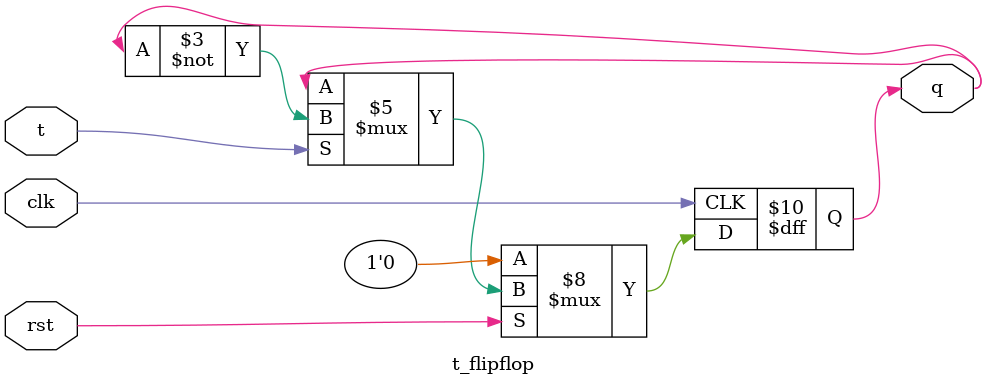
<source format=v>
module t_flipflop(
	input clk,
	input rst,
	input t, 
	output reg q);  

always @ (posedge clk) begin  
  if (!rst)  
	 q <= 0;  
  else  
		if (t)  
			 q <= ~q;  
		else  
			 q <= q;
end  
endmodule  
</source>
